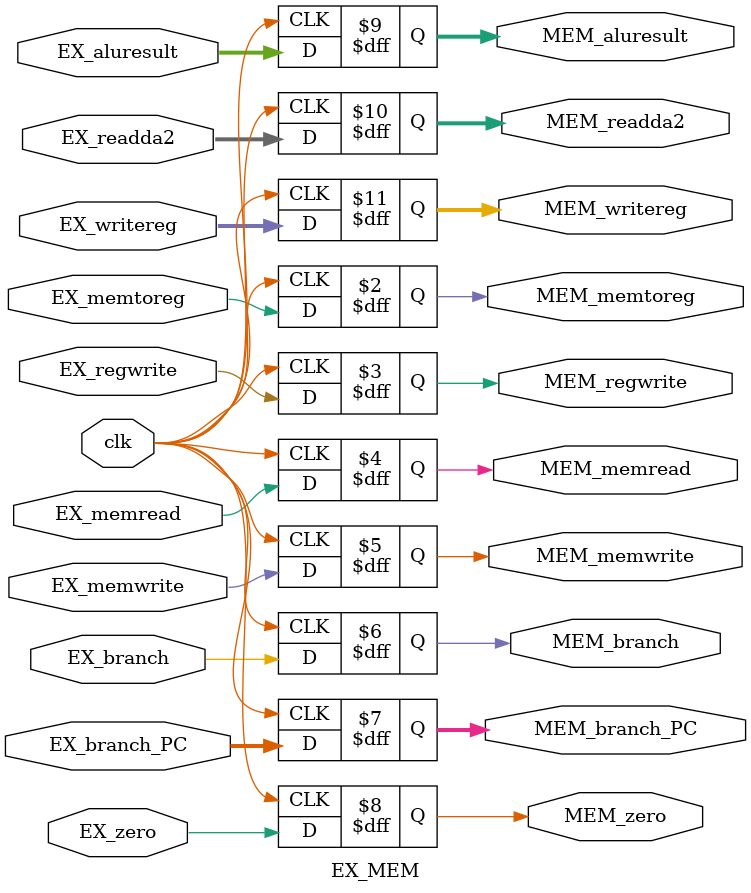
<source format=v>
`timescale 1ns / 1ps
module EX_MEM(clk, MEM_memtoreg, MEM_regwrite, MEM_memread, MEM_memwrite, MEM_branch, MEM_branch_PC, MEM_zero, MEM_aluresult, MEM_readda2, MEM_writereg,
				EX_memtoreg, EX_regwrite, EX_memread, EX_memwrite, EX_branch, EX_branch_PC, EX_zero, EX_aluresult, EX_readda2, EX_writereg);

input clk;
input EX_memtoreg, EX_regwrite, EX_memread, EX_memwrite, EX_branch;
input [31:0] EX_branch_PC;
input EX_zero;
input [31:0] EX_aluresult, EX_readda2;
input [4:0] EX_writereg;

output reg MEM_memtoreg, MEM_regwrite, MEM_memread, MEM_memwrite, MEM_branch;
output reg [31:0] MEM_branch_PC;
output reg MEM_zero;
output reg [31:0] MEM_aluresult, MEM_readda2;
output reg [4:0] MEM_writereg;

always@(posedge clk)
begin
	{MEM_memtoreg, MEM_regwrite, MEM_memread, MEM_memwrite, MEM_branch} <= {EX_memtoreg, EX_regwrite, EX_memread, EX_memwrite, EX_branch};
	MEM_branch_PC <= EX_branch_PC;
	MEM_zero <= EX_zero;
	{MEM_aluresult, MEM_readda2} <= {EX_aluresult, EX_readda2};
	MEM_writereg <= EX_writereg;
end

endmodule

</source>
